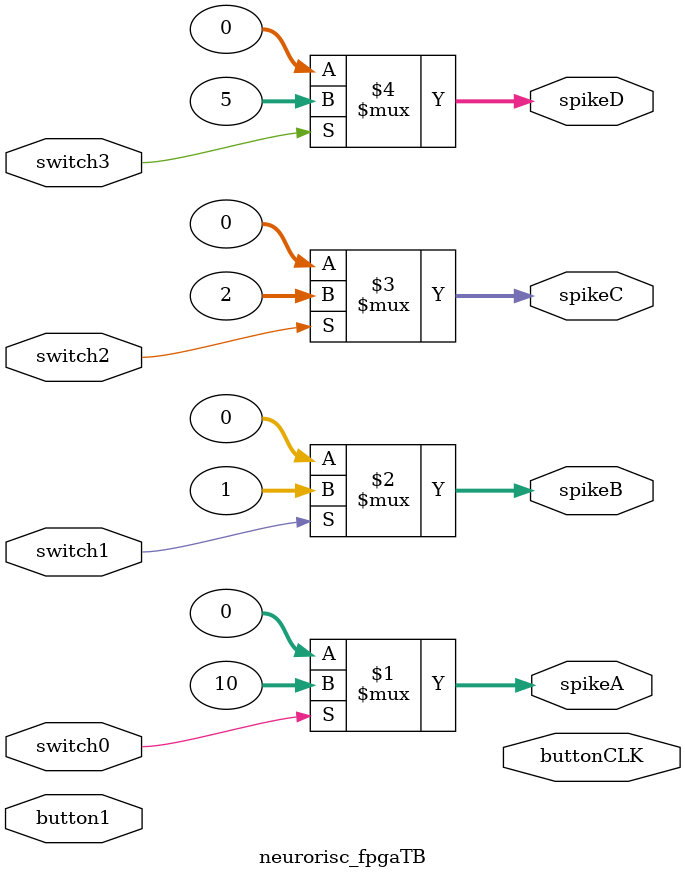
<source format=v>
module neurorisc_fpgaTB(
	input		switch0,
	input		switch1,
	input		switch2,
	input		switch3,
	input		button1,
	
	output		buttonCLK,
	output	[31:0]	spikeA,
	output	[31:0]	spikeB,
	output	[31:0]	spikeC,
	output	[31:0]	spikeD
);

assign spikeA = switch0 ?	32'd10 : 32'd0;
assign spikeB = switch1 ?	32'd1 : 32'd0;
assign spikeC = switch2 ?	32'd2 : 32'd0;
assign spikeD = switch3 ?	32'd5: 32'd0;




endmodule 
</source>
